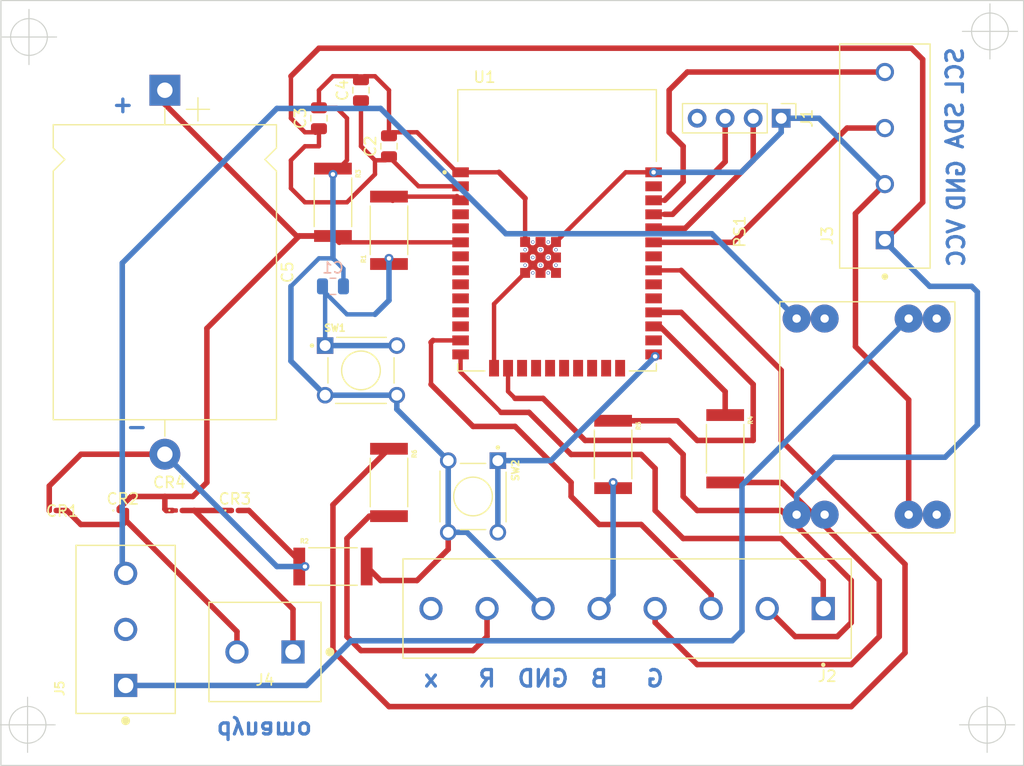
<source format=kicad_pcb>
(kicad_pcb (version 20211014) (generator pcbnew)
  (layers (0 "F.Cu" signal) (31 "B.Cu" signal) (34 "B.Paste" user) (35 "F.Paste" user) (36 "B.SilkS" user "B.Silkscreen") (37 "F.SilkS" user "F.Silkscreen") (38 "B.Mask" user) (39 "F.Mask" user) (44 "Edge.Cuts" user))
  (net 0 "")
  (net 1 "GND")
  (net 2 "Net-(C1-Pad2)")
  (net 3 "Net-(C2-Pad1)")
  (net 4 "Net-(C5-Pad1)")
  (net 5 "Net-(C5-Pad2)")
  (net 6 "Net-(CR1-Pad1)")
  (net 7 "Net-(CR3-Pad1)")
  (net 8 "Net-(J1-Pad2)")
  (net 9 "Net-(J1-Pad3)")
  (net 10 "+3V3")
  (net 11 "Net-(J2-Pad1)")
  (net 12 "Net-(J2-Pad2)")
  (net 13 "Net-(J2-Pad3)")
  (net 14 "Net-(J2-Pad4)")
  (net 15 "Net-(J2-Pad5)")
  (net 16 "Net-(J2-Pad7)")
  (net 18 "Net-(J3-Pad3)")
  (net 19 "Net-(J3-Pad4)")
  (net 20 "Net-(R1-Pad2)")
  (net 21 "Net-(J5-Pad1)")
  (net 22 "Net-(J5-Pad2)")
  (net 24 "Net-(SW2-Pad1)")
  (net 49 "Net-(R4-Pad1)")
  (net 50 "Net-(R5-Pad1)")
  (net 51 "Net-(R6-Pad1)")
  (footprint "Diode_SMD:D_0201_0603Metric" (layer "F.Cu") (at 127 68.58 180)
    (fp_text reference "CR1" (at -0.86 -0.05) (layer "F.SilkS"))
    (fp_text value "1N4148W-TP")
    (fp_circle (center -0.86 0) (end -0.81 0) (layer "F.SilkS") (width 0.1) (fill none))
    (pad "1" smd roundrect (at -0.32 0 180) (size 0.46 0.4) (layers "F.Cu" "F.Mask") (net 6 "Net-(CR1-Pad1)"))
    (pad "2" smd roundrect (at 0.32 0 180) (size 0.46 0.4) (layers "F.Cu" "F.Mask") (net 5 "Net-(C5-Pad2)"))
  )
  (footprint "282837-4:TE_282837-4" (layer "F.Cu") (at 202.438 44.069 90)
    (fp_text reference "J3" (at 0.4057 -5.22403 90) (layer "F.SilkS") (effects (font (size 1.001732 1.001732))))
    (fp_text value "282837-4")
    (fp_line (start 17.78 4.1) (end -2.54 4.1) (layer "F.SilkS") (width 0.127))
    (fp_line (start -2.54 4.1) (end -2.54 -4.1) (layer "F.SilkS") (width 0.127))
    (fp_line (start 17.78 -4.1) (end 17.78 4.1) (layer "F.SilkS") (width 0.127))
    (fp_line (start -2.54 -4.1) (end 17.78 -4.1) (layer "F.SilkS") (width 0.127))
    (fp_circle (center -3.31 0) (end -3.16 0) (layer "F.SilkS") (width 0.3) (fill none))
    (pad "1" thru_hole rect locked (at 0 0 90) (size 1.65 1.65) (drill 1.1) (layers *.Cu *.Mask) (net 3 "Net-(C2-Pad1)"))
    (pad "2" thru_hole circle locked (at 5.08 0 90) (size 1.65 1.65) (drill 1.1) (layers *.Cu *.Mask) (net 1 "GND"))
    (pad "3" thru_hole circle locked (at 10.16 0 90) (size 1.65 1.65) (drill 1.1) (layers *.Cu *.Mask) (net 18 "Net-(J3-Pad3)"))
    (pad "4" thru_hole circle locked (at 15.24 0 90) (size 1.65 1.65) (drill 1.1) (layers *.Cu *.Mask) (net 19 "Net-(J3-Pad4)"))
  )
  (footprint "libraries:RESC6332X65N" (layer "F.Cu") (at 157.48 43.18 90)
    (fp_text reference "R1" (at -2.59 -2.3 90) (layer "F.SilkS") (effects (font (size 0.393701 0.393701))))
    (fp_text value "10k")
    (fp_line (start -2.2 -1.7) (end 2.2 -1.7) (layer "F.SilkS") (width 0.127))
    (fp_line (start -2.2 1.7) (end 2.2 1.7) (layer "F.SilkS") (width 0.127))
    (pad "1" smd rect locked (at -3.055 0 90) (size 1.07 3.42) (layers "F.Cu" "F.Paste" "F.Mask") (net 2 "Net-(C1-Pad2)"))
    (pad "2" smd rect locked (at 3.055 0 90) (size 1.07 3.42) (layers "F.Cu" "F.Paste" "F.Mask") (net 20 "Net-(R1-Pad2)"))
  )
  (footprint "libraries:RESC6332X65N" (layer "F.Cu") (at 157.48 66.04 -90)
    (fp_text reference "R6" (at -2.59 -2.3 90) (layer "F.SilkS") (effects (font (size 0.393701 0.393701))))
    (fp_text value "82")
    (fp_line (start -2.2 -1.7) (end 2.2 -1.7) (layer "F.SilkS") (width 0.127))
    (fp_line (start -2.2 1.7) (end 2.2 1.7) (layer "F.SilkS") (width 0.127))
    (pad "1" smd rect locked (at -3.055 0 270) (size 1.07 3.42) (layers "F.Cu" "F.Paste" "F.Mask") (net 51 "Net-(R6-Pad1)"))
    (pad "2" smd rect locked (at 3.055 0 270) (size 1.07 3.42) (layers "F.Cu" "F.Paste" "F.Mask") (net 16 "Net-(J2-Pad7)"))
  )
  (footprint "Capacitor_SMD:C_0805_2012Metric" (layer "F.Cu") (at 157.48 35.56 90)
    (fp_text reference "C2" (at 0 -1.68 90) (layer "F.SilkS"))
    (fp_text value "220u")
    (fp_line (start -0.261252 0.735) (end 0.261252 0.735) (layer "F.SilkS") (width 0.12))
    (fp_line (start -0.261252 -0.735) (end 0.261252 -0.735) (layer "F.SilkS") (width 0.12))
    (pad "1" smd roundrect (at -0.95 0 90) (size 1 1.45) (layers "F.Cu" "F.Paste" "F.Mask") (net 3 "Net-(C2-Pad1)"))
    (pad "2" smd roundrect (at 0.95 0 90) (size 1 1.45) (layers "F.Cu" "F.Paste" "F.Mask") (net 1 "GND"))
  )
  (footprint "Capacitor_THT:CP_Axial_L26.5mm_D20.0mm_P33.00mm_Horizontal" (layer "F.Cu") (at 137.16 30.48 -90)
    (fp_text reference "C5" (at 16.5 -11.12 90) (layer "F.SilkS"))
    (fp_text value "1000µ")
    (fp_line (start 5.23 -10.12) (end 6.28 -9.07) (layer "F.SilkS") (width 0.12))
    (fp_line (start 1.64 0) (end 3.13 0) (layer "F.SilkS") (width 0.12))
    (fp_line (start 1.73 -4.05) (end 1.73 -1.95) (layer "F.SilkS") (width 0.12))
    (fp_line (start 31.36 0) (end 29.87 0) (layer "F.SilkS") (width 0.12))
    (fp_line (start 0.68 -3) (end 2.78 -3) (layer "F.SilkS") (width 0.12))
    (fp_line (start 3.13 10.12) (end 5.23 10.12) (layer "F.SilkS") (width 0.12))
    (fp_line (start 29.87 -10.12) (end 29.87 10.12) (layer "F.SilkS") (width 0.12))
    (fp_line (start 3.13 -10.12) (end 5.23 -10.12) (layer "F.SilkS") (width 0.12))
    (fp_line (start 7.33 10.12) (end 29.87 10.12) (layer "F.SilkS") (width 0.12))
    (fp_line (start 7.33 -10.12) (end 29.87 -10.12) (layer "F.SilkS") (width 0.12))
    (fp_line (start 6.28 -9.07) (end 7.33 -10.12) (layer "F.SilkS") (width 0.12))
    (fp_line (start 3.13 -10.12) (end 3.13 10.12) (layer "F.SilkS") (width 0.12))
    (fp_line (start 6.28 9.07) (end 7.33 10.12) (layer "F.SilkS") (width 0.12))
    (fp_line (start 5.23 10.12) (end 6.28 9.07) (layer "F.SilkS") (width 0.12))
    (pad "1" thru_hole rect (at 0 0 270) (size 2.8 2.8) (drill 1.4) (layers *.Cu *.Mask) (net 4 "Net-(C5-Pad1)"))
    (pad "2" thru_hole oval (at 33 0 270) (size 2.8 2.8) (drill 1.4) (layers *.Cu *.Mask) (net 5 "Net-(C5-Pad2)"))
  )
  (footprint "libraries:TE_282841-2" (layer "F.Cu") (at 146.2375 81.407 180)
    (fp_text reference "J4" (at 0 -2.54) (layer "F.SilkS") (effects (font (size 1.000984 1.000984))))
    (fp_text value "282841-2")
    (fp_line (start -5.08 -4.5) (end -5.08 4.5) (layer "F.SilkS") (width 0.127))
    (fp_line (start 5.08 -4.5) (end -5.08 -4.5) (layer "F.SilkS") (width 0.127))
    (fp_line (start 5.08 4.5) (end 5.08 -4.5) (layer "F.SilkS") (width 0.127))
    (fp_line (start -5.08 4.5) (end 5.08 4.5) (layer "F.SilkS") (width 0.127))
    (fp_circle (center -5.89 0) (end -5.69 0) (layer "F.SilkS") (width 0.4) (fill none))
    (pad "1" thru_hole rect locked (at -2.54 0 180) (size 2.1 2.1) (drill 1.4) (layers *.Cu *.Mask) (net 7 "Net-(CR3-Pad1)"))
    (pad "2" thru_hole circle locked (at 2.54 0 180) (size 2.1 2.1) (drill 1.4) (layers *.Cu *.Mask) (net 6 "Net-(CR1-Pad1)"))
  )
  (footprint "Diode_SMD:D_0201_0603Metric" (layer "F.Cu") (at 138.43 68.58)
    (fp_text reference "CR4" (at -0.86 -2.54) (layer "F.SilkS"))
    (fp_text value "1N4148W-TP")
    (fp_circle (center -0.86 0) (end -0.81 0) (layer "F.SilkS") (width 0.1) (fill none))
    (pad "1" smd roundrect (at -0.32 0) (size 0.46 0.4) (layers "F.Cu" "F.Mask") (net 4 "Net-(C5-Pad1)"))
    (pad "2" smd roundrect (at 0.32 0) (size 0.46 0.4) (layers "F.Cu" "F.Mask") (net 7 "Net-(CR3-Pad1)"))
  )
  (footprint "Capacitor_SMD:C_0805_2012Metric" (layer "F.Cu") (at 151.13 33.02 90)
    (fp_text reference "C3" (at 0 -1.68 90) (layer "F.SilkS"))
    (fp_text value "22u")
    (fp_line (start -0.261252 0.735) (end 0.261252 0.735) (layer "F.SilkS") (width 0.12))
    (fp_line (start -0.261252 -0.735) (end 0.261252 -0.735) (layer "F.SilkS") (width 0.12))
    (pad "1" smd roundrect (at -0.95 0 90) (size 1 1.45) (layers "F.Cu" "F.Paste" "F.Mask") (net 3 "Net-(C2-Pad1)"))
    (pad "2" smd roundrect (at 0.95 0 90) (size 1 1.45) (layers "F.Cu" "F.Paste" "F.Mask") (net 1 "GND"))
  )
  (footprint "Capacitor_SMD:C_0805_2012Metric" (layer "F.Cu") (at 154.94 30.48 90)
    (fp_text reference "C4" (at 0 -1.68 90) (layer "F.SilkS"))
    (fp_text value "0.1u")
    (fp_line (start -0.261252 -0.735) (end 0.261252 -0.735) (layer "F.SilkS") (width 0.12))
    (fp_line (start -0.261252 0.735) (end 0.261252 0.735) (layer "F.SilkS") (width 0.12))
    (pad "1" smd roundrect (at -0.95 0 90) (size 1 1.45) (layers "F.Cu" "F.Paste" "F.Mask") (net 3 "Net-(C2-Pad1)"))
    (pad "2" smd roundrect (at 0.95 0 90) (size 1 1.45) (layers "F.Cu" "F.Paste" "F.Mask") (net 1 "GND"))
  )
  (footprint "libraries:RESC6332X65N" (layer "F.Cu") (at 177.8 63.5 -90)
    (fp_text reference "R5" (at -2.59 -2.3 90) (layer "F.SilkS") (effects (font (size 0.393701 0.393701))))
    (fp_text value "82")
    (fp_line (start -2.2 -1.7) (end 2.2 -1.7) (layer "F.SilkS") (width 0.127))
    (fp_line (start -2.2 1.7) (end 2.2 1.7) (layer "F.SilkS") (width 0.127))
    (pad "1" smd rect locked (at -3.055 0 270) (size 1.07 3.42) (layers "F.Cu" "F.Paste" "F.Mask") (net 50 "Net-(R5-Pad1)"))
    (pad "2" smd rect locked (at 3.055 0 270) (size 1.07 3.42) (layers "F.Cu" "F.Paste" "F.Mask") (net 15 "Net-(J2-Pad5)"))
  )
  (footprint "libraries:RESC6332X65N" (layer "F.Cu") (at 152.4 40.64 -90)
    (fp_text reference "R3" (at -2.59 -2.3 90) (layer "F.SilkS") (effects (font (size 0.393701 0.393701))))
    (fp_text value "120")
    (fp_line (start -2.2 1.7) (end 2.2 1.7) (layer "F.SilkS") (width 0.127))
    (fp_line (start -2.2 -1.7) (end 2.2 -1.7) (layer "F.SilkS") (width 0.127))
    (pad "1" smd rect locked (at -3.055 0 270) (size 1.07 3.42) (layers "F.Cu" "F.Paste" "F.Mask") (net 1 "GND"))
    (pad "2" smd rect locked (at 3.055 0 270) (size 1.07 3.42) (layers "F.Cu" "F.Paste" "F.Mask") (net 4 "Net-(C5-Pad1)"))
  )
  (footprint "libraries:SW_1825910-6-4" (layer "F.Cu") (at 165.1 67.31 -90)
    (fp_text reference "SW2" (at -2.3627 -3.844398 90) (layer "F.SilkS") (effects (font (size 0.630643 0.630643))))
    (fp_text value "BOOT")
    (fp_line (start -2.995 -1.15) (end -2.995 1.15) (layer "F.SilkS") (width 0.127))
    (fp_line (start 3 -1.15) (end 3 1.15) (layer "F.SilkS") (width 0.127))
    (fp_line (start -2.2 -2.995) (end 2.3 -2.995) (layer "F.SilkS") (width 0.127))
    (fp_line (start 2.3 2.995) (end -2.3 2.995) (layer "F.SilkS") (width 0.127))
    (fp_circle (center -4.445 -2.25) (end -4.345 -2.25) (layer "F.SilkS") (width 0.2) (fill none))
    (fp_circle (center 0 0) (end 1.755 0) (layer "F.SilkS") (width 0.127) (fill none))
    (pad "1" thru_hole rect locked (at -3.25 -2.25 270) (size 1.498 1.498) (drill 0.99) (layers *.Cu *.Mask) (net 24 "Net-(SW2-Pad1)"))
    (pad "2" thru_hole circle locked (at 3.25 -2.25 270) (size 1.498 1.498) (drill 0.99) (layers *.Cu *.Mask) (net 24 "Net-(SW2-Pad1)"))
    (pad "3" thru_hole circle locked (at -3.25 2.25 270) (size 1.498 1.498) (drill 0.99) (layers *.Cu *.Mask) (net 1 "GND"))
    (pad "4" thru_hole circle locked (at 3.25 2.25 270) (size 1.498 1.498) (drill 0.99) (layers *.Cu *.Mask) (net 1 "GND"))
  )
  (footprint "Diode_SMD:D_0201_0603Metric" (layer "F.Cu") (at 143.51 68.58)
    (fp_text reference "CR3" (at 0 -1.05) (layer "F.SilkS"))
    (fp_text value "1N4148W-TP")
    (fp_circle (center -0.86 0) (end -0.81 0) (layer "F.SilkS") (width 0.1) (fill none))
    (pad "1" smd roundrect (at -0.32 0) (size 0.46 0.4) (layers "F.Cu" "F.Mask") (net 7 "Net-(CR3-Pad1)"))
    (pad "2" smd roundrect (at 0.32 0) (size 0.46 0.4) (layers "F.Cu" "F.Mask") (net 5 "Net-(C5-Pad2)"))
  )
  (footprint "libraries:XCVR_ESP32-WROOM-32E_(16MB)" (layer "F.Cu") (at 172.72 43.18)
    (fp_text reference "U1" (at -6.575 -13.885) (layer "F.SilkS"))
    (fp_text value "ESP32-WROOM-32E_(16MB)")
    (fp_line (start 6.55 12.75) (end 9 12.75) (layer "F.SilkS") (width 0.127))
    (fp_line (start -9 12.1) (end -9 12.75) (layer "F.SilkS") (width 0.127))
    (fp_line (start 9 12.75) (end 9 12.1) (layer "F.SilkS") (width 0.127))
    (fp_line (start -9 -12.75) (end 9 -12.75) (layer "F.SilkS") (width 0.127))
    (fp_line (start -9 -6.25) (end -9 -12.75) (layer "F.SilkS") (width 0.127))
    (fp_line (start -9 12.75) (end -6.55 12.75) (layer "F.SilkS") (width 0.127))
    (fp_line (start 9 -12.75) (end 9 -6.25) (layer "F.SilkS") (width 0.127))
    (fp_circle (center -10.2 -5.26) (end -10.1 -5.26) (layer "F.SilkS") (width 0.2) (fill none))
    (pad "1" smd rect locked (at -8.75 -5.26) (size 1.5 0.9) (layers "F.Cu" "F.Paste" "F.Mask") (net 1 "GND"))
    (pad "2" smd rect locked (at -8.75 -3.99) (size 1.5 0.9) (layers "F.Cu" "F.Paste" "F.Mask") (net 3 "Net-(C2-Pad1)"))
    (pad "3" smd rect locked (at -8.75 -2.72) (size 1.5 0.9) (layers "F.Cu" "F.Paste" "F.Mask") (net 20 "Net-(R1-Pad2)"))
    (pad "4" smd rect locked (at -8.75 -1.45) (size 1.5 0.9) (layers "F.Cu" "F.Paste" "F.Mask"))
    (pad "5" smd rect locked (at -8.75 -0.18) (size 1.5 0.9) (layers "F.Cu" "F.Paste" "F.Mask"))
    (pad "6" smd rect locked (at -8.75 1.09) (size 1.5 0.9) (layers "F.Cu" "F.Paste" "F.Mask") (net 4 "Net-(C5-Pad1)"))
    (pad "7" smd rect locked (at -8.75 2.36) (size 1.5 0.9) (layers "F.Cu" "F.Paste" "F.Mask"))
    (pad "8" smd rect locked (at -8.75 3.63) (size 1.5 0.9) (layers "F.Cu" "F.Paste" "F.Mask"))
    (pad "9" smd rect locked (at -8.75 4.9) (size 1.5 0.9) (layers "F.Cu" "F.Paste" "F.Mask"))
    (pad "10" smd rect locked (at -8.75 6.17) (size 1.5 0.9) (layers "F.Cu" "F.Paste" "F.Mask"))
    (pad "11" smd rect locked (at -8.75 7.44) (size 1.5 0.9) (layers "F.Cu" "F.Paste" "F.Mask"))
    (pad "12" smd rect locked (at -8.75 8.71) (size 1.5 0.9) (layers "F.Cu" "F.Paste" "F.Mask"))
    (pad "13" smd rect locked (at -8.75 9.98) (size 1.5 0.9) (layers "F.Cu" "F.Paste" "F.Mask") (net 13 "Net-(J2-Pad3)"))
    (pad "14" smd rect locked (at -8.75 11.25) (size 1.5 0.9) (layers "F.Cu" "F.Paste" "F.Mask") (net 11 "Net-(J2-Pad1)"))
    (pad "15" smd rect locked (at -5.715 12.5) (size 0.9 1.5) (layers "F.Cu" "F.Paste" "F.Mask") (net 1 "GND"))
    (pad "16" smd rect locked (at -4.445 12.5) (size 0.9 1.5) (layers "F.Cu" "F.Paste" "F.Mask") (net 12 "Net-(J2-Pad2)"))
    (pad "17" smd rect locked (at -3.175 12.5) (size 0.9 1.5) (layers "F.Cu" "F.Paste" "F.Mask"))
    (pad "18" smd rect locked (at -1.905 12.5) (size 0.9 1.5) (layers "F.Cu" "F.Paste" "F.Mask"))
    (pad "19" smd rect locked (at -0.635 12.5) (size 0.9 1.5) (layers "F.Cu" "F.Paste" "F.Mask"))
    (pad "20" smd rect locked (at 0.635 12.5) (size 0.9 1.5) (layers "F.Cu" "F.Paste" "F.Mask"))
    (pad "21" smd rect locked (at 1.905 12.5) (size 0.9 1.5) (layers "F.Cu" "F.Paste" "F.Mask"))
    (pad "22" smd rect locked (at 3.175 12.5) (size 0.9 1.5) (layers "F.Cu" "F.Paste" "F.Mask"))
    (pad "23" smd rect locked (at 4.445 12.5) (size 0.9 1.5) (layers "F.Cu" "F.Paste" "F.Mask"))
    (pad "24" smd rect locked (at 5.715 12.5) (size 0.9 1.5) (layers "F.Cu" "F.Paste" "F.Mask"))
    (pad "25" smd rect locked (at 8.75 11.25) (size 1.5 0.9) (layers "F.Cu" "F.Paste" "F.Mask") (net 24 "Net-(SW2-Pad1)"))
    (pad "26" smd rect locked (at 8.75 9.98) (size 1.5 0.9) (layers "F.Cu" "F.Paste" "F.Mask"))
    (pad "27" smd rect locked (at 8.75 8.71) (size 1.5 0.9) (layers "F.Cu" "F.Paste" "F.Mask") (net 49 "Net-(R4-Pad1)"))
    (pad "28" smd rect locked (at 8.75 7.44) (size 1.5 0.9) (layers "F.Cu" "F.Paste" "F.Mask") (net 50 "Net-(R5-Pad1)"))
    (pad "29" smd rect locked (at 8.75 6.17) (size 1.5 0.9) (layers "F.Cu" "F.Paste" "F.Mask"))
    (pad "30" smd rect locked (at 8.75 4.9) (size 1.5 0.9) (layers "F.Cu" "F.Paste" "F.Mask"))
    (pad "31" smd rect locked (at 8.75 3.63) (size 1.5 0.9) (layers "F.Cu" "F.Paste" "F.Mask") (net 51 "Net-(R6-Pad1)"))
    (pad "32" smd rect locked (at 8.75 2.36) (size 1.5 0.9) (layers "F.Cu" "F.Paste" "F.Mask"))
    (pad "33" smd rect locked (at 8.75 1.09) (size 1.5 0.9) (layers "F.Cu" "F.Paste" "F.Mask") (net 18 "Net-(J3-Pad3)"))
    (pad "34" smd rect locked (at 8.75 -0.18) (size 1.5 0.9) (layers "F.Cu" "F.Paste" "F.Mask") (net 8 "Net-(J1-Pad2)"))
    (pad "35" smd rect locked (at 8.75 -1.45) (size 1.5 0.9) (layers "F.Cu" "F.Paste" "F.Mask") (net 9 "Net-(J1-Pad3)"))
    (pad "36" smd rect locked (at 8.75 -2.72) (size 1.5 0.9) (layers "F.Cu" "F.Paste" "F.Mask") (net 19 "Net-(J3-Pad4)"))
    (pad "37" smd rect locked (at 8.75 -3.99) (size 1.5 0.9) (layers "F.Cu" "F.Paste" "F.Mask"))
    (pad "38" smd rect locked (at 8.75 -5.26) (size 1.5 0.9) (layers "F.Cu" "F.Paste" "F.Mask") (net 1 "GND"))
    (pad "39_1" smd rect locked (at -2.9 1.06) (size 0.9 0.9) (layers "F.Cu" "F.Paste" "F.Mask") (net 1 "GND"))
    (pad "39_2" smd rect locked (at -1.5 1.06) (size 0.9 0.9) (layers "F.Cu" "F.Paste" "F.Mask") (net 1 "GND"))
    (pad "39_3" smd rect locked (at -0.1 1.06) (size 0.9 0.9) (layers "F.Cu" "F.Paste" "F.Mask") (net 1 "GND"))
    (pad "39_4" smd rect locked (at -2.9 2.46) (size 0.9 0.9) (layers "F.Cu" "F.Paste" "F.Mask") (net 1 "GND"))
    (pad "39_5" smd rect locked (at -1.5 2.46) (size 0.9 0.9) (layers "F.Cu" "F.Paste" "F.Mask") (net 1 "GND"))
    (pad "39_6" smd rect locked (at -0.1 2.46) (size 0.9 0.9) (layers "F.Cu" "F.Paste" "F.Mask") (net 1 "GND"))
    (pad "39_7" smd rect locked (at -2.9 3.86) (size 0.9 0.9) (layers "F.Cu" "F.Paste" "F.Mask") (net 1 "GND"))
    (pad "39_8" smd rect locked (at -1.5 3.86) (size 0.9 0.9) (layers "F.Cu" "F.Paste" "F.Mask") (net 1 "GND"))
    (pad "39_9" smd rect locked (at -0.1 3.86) (size 0.9 0.9) (layers "F.Cu" "F.Paste" "F.Mask") (net 1 "GND"))
    (pad "39_10" thru_hole circle locked (at -2.2 1.06) (size 0.3 0.3) (drill 0.2) (layers *.Cu))
    (pad "39_11" thru_hole circle locked (at -0.8 1.06) (size 0.3 0.3) (drill 0.2) (layers *.Cu))
    (pad "39_12" thru_hole circle locked (at -2.9 1.76) (size 0.3 0.3) (drill 0.2) (layers *.Cu))
    (pad "39_13" thru_hole circle locked (at -1.5 1.76) (size 0.3 0.3) (drill 0.2) (layers *.Cu))
    (pad "39_14" thru_hole circle locked (at -0.1 1.76) (size 0.3 0.3) (drill 0.2) (layers *.Cu))
    (pad "39_15" thru_hole circle locked (at -2.2 2.46) (size 0.3 0.3) (drill 0.2) (layers *.Cu))
    (pad "39_16" thru_hole circle locked (at -0.8 2.46) (size 0.3 0.3) (drill 0.2) (layers *.Cu))
    (pad "39_17" thru_hole circle locked (at -2.9 3.16) (size 0.3 0.3) (drill 0.2) (layers *.Cu))
    (pad "39_18" thru_hole circle locked (at -1.5 3.16) (size 0.3 0.3) (drill 0.2) (layers *.Cu))
    (pad "39_19" thru_hole circle locked (at -0.1 3.16) (size 0.3 0.3) (drill 0.2) (layers *.Cu))
    (pad "39_20" thru_hole circle locked (at -2.2 3.86) (size 0.3 0.3) (drill 0.2) (layers *.Cu))
    (pad "39_21" thru_hole circle locked (at -0.8 3.86) (size 0.3 0.3) (drill 0.2) (layers *.Cu))
  )
  (footprint "libraries:RESC6332X65N" (layer "F.Cu") (at 187.96 62.985 -90)
    (fp_text reference "R4" (at -2.59 -2.3 90) (layer "F.SilkS") (effects (font (size 0.393701 0.393701))))
    (fp_text value "82")
    (fp_line (start -2.2 1.7) (end 2.2 1.7) (layer "F.SilkS") (width 0.127))
    (fp_line (start -2.2 -1.7) (end 2.2 -1.7) (layer "F.SilkS") (width 0.127))
    (pad "1" smd rect locked (at -3.055 0 270) (size 1.07 3.42) (layers "F.Cu" "F.Paste" "F.Mask") (net 49 "Net-(R4-Pad1)"))
    (pad "2" smd rect locked (at 3.055 0 270) (size 1.07 3.42) (layers "F.Cu" "F.Paste" "F.Mask") (net 14 "Net-(J2-Pad4)"))
  )
  (footprint "libraries:RESC6332X65N" (layer "F.Cu") (at 152.4 73.66)
    (fp_text reference "R2" (at -2.59 -2.3) (layer "F.SilkS") (effects (font (size 0.393701 0.393701))))
    (fp_text value "560")
    (fp_line (start -2.2 -1.7) (end 2.2 -1.7) (layer "F.SilkS") (width 0.127))
    (fp_line (start -2.2 1.7) (end 2.2 1.7) (layer "F.SilkS") (width 0.127))
    (pad "1" smd rect locked (at -3.055 0) (size 1.07 3.42) (layers "F.Cu" "F.Paste" "F.Mask") (net 5 "Net-(C5-Pad2)"))
    (pad "2" smd rect locked (at 3.055 0) (size 1.07 3.42) (layers "F.Cu" "F.Paste" "F.Mask") (net 1 "GND"))
  )
  (footprint "Diode_SMD:D_0201_0603Metric" (layer "F.Cu") (at 133.35 68.58)
    (fp_text reference "CR2" (at 0 -1.05) (layer "F.SilkS"))
    (fp_text value "1N4148W-TP")
    (fp_circle (center -0.86 0) (end -0.81 0) (layer "F.SilkS") (width 0.1) (fill none))
    (pad "1" smd roundrect locked (at -0.32 0) (size 0.46 0.4) (layers "F.Cu" "F.Mask") (net 4 "Net-(C5-Pad1)"))
    (pad "2" smd roundrect locked (at 0.32 0) (size 0.46 0.4) (layers "F.Cu" "F.Mask") (net 6 "Net-(CR1-Pad1)"))
  )
  (footprint "libraries:Buck Converter" (layer "F.Cu") (at 200.787 60.071 90)
    (fp_text reference "PS1" (at 16.764 -11.509 90 unlocked) (layer "F.SilkS"))
    (fp_text value "ITX0512SA")
    (fp_rect (start -10.541 -7.874) (end 10.414 8.001) (layer "F.SilkS") (width 0.12) (fill none))
    (pad "1a" thru_hole circle (at 8.89 -6.35 90) (size 2.54 2.54) (drill 0.762) (layers *.Cu *.Mask) (net 22 "Net-(J5-Pad2)"))
    (pad "1b" thru_hole circle (at 8.89 -3.81 90) (size 2.54 2.54) (drill 0.762) (layers *.Cu *.Mask))
    (pad "2a" thru_hole circle (at 8.89 3.81 90) (size 2.54 2.54) (drill 0.762) (layers *.Cu *.Mask) (net 21 "Net-(J5-Pad1)"))
    (pad "2b" thru_hole circle (at 8.89 6.35 90) (size 2.54 2.54) (drill 0.762) (layers *.Cu *.Mask))
    (pad "3a" thru_hole circle (at -8.89 -6.35 90) (size 2.54 2.54) (drill 0.762) (layers *.Cu *.Mask) (net 3 "Net-(C2-Pad1)"))
    (pad "3b" thru_hole circle (at -8.89 -3.81 90) (size 2.54 2.54) (drill 0.762) (layers *.Cu *.Mask))
    (pad "4a" thru_hole circle (at -8.89 3.81 90) (size 2.54 2.54) (drill 0.762) (layers *.Cu *.Mask) (net 1 "GND"))
    (pad "4b" thru_hole circle (at -8.89 6.35 90) (size 2.54 2.54) (drill 0.762) (layers *.Cu *.Mask))
  )
  (footprint "libraries:TE_282841-3" (layer "F.Cu") (at 133.604 79.3635 90)
    (fp_text reference "J5" (at -5.342035 -5.977995 90) (layer "F.SilkS") (effects (font (size 0.801205 0.801205))))
    (fp_text value "12V DC")
    (fp_line (start 7.62 4.5) (end 7.62 -4.5) (layer "F.SilkS") (width 0.127))
    (fp_line (start 7.62 -4.5) (end -7.62 -4.5) (layer "F.SilkS") (width 0.127))
    (fp_line (start -7.62 -4.5) (end -7.62 4.5) (layer "F.SilkS") (width 0.127))
    (fp_line (start -7.62 4.5) (end 7.62 4.5) (layer "F.SilkS") (width 0.127))
    (fp_circle (center -8.28 0) (end -8.08 0) (layer "F.SilkS") (width 0.4) (fill none))
    (pad "1" thru_hole rect locked (at -5.08 0 90) (size 2.1 2.1) (drill 1.4) (layers *.Cu *.Mask) (net 21 "Net-(J5-Pad1)"))
    (pad "2" thru_hole circle locked (at 0 0 90) (size 2.1 2.1) (drill 1.4) (layers *.Cu *.Mask) (net 22 "Net-(J5-Pad2)"))
    (pad "3" thru_hole circle locked (at 5.08 0 90) (size 2.1 2.1) (drill 1.4) (layers *.Cu *.Mask) (net 22 "Net-(J5-Pad2)"))
  )
  (footprint "libraries:TE_282841-8" (layer "F.Cu") (at 179.07 77.47 180)
    (fp_text reference "J2" (at -18.145 -6.135) (layer "F.SilkS"))
    (fp_text value "R pinnen RGB strips")
    (fp_line (start 20.32 4.5) (end -20.32 4.5) (layer "F.SilkS") (width 0.127))
    (fp_line (start -20.32 4.5) (end -20.32 -4.5) (layer "F.SilkS") (width 0.127))
    (fp_line (start -20.32 -4.5) (end 20.32 -4.5) (layer "F.SilkS") (width 0.127))
    (fp_line (start 20.32 -4.5) (end 20.32 4.5) (layer "F.SilkS") (width 0.127))
    (fp_circle (center -17.78 -5.1) (end -17.68 -5.1) (layer "F.SilkS") (width 0.2) (fill none))
    (pad "1" thru_hole rect locked (at -17.78 0 180) (size 2.1 2.1) (drill 1.4) (layers *.Cu *.Mask) (net 11 "Net-(J2-Pad1)"))
    (pad "2" thru_hole circle locked (at -12.7 0 180) (size 2.1 2.1) (drill 1.4) (layers *.Cu *.Mask) (net 12 "Net-(J2-Pad2)"))
    (pad "3" thru_hole circle locked (at -7.62 0 180) (size 2.1 2.1) (drill 1.4) (layers *.Cu *.Mask) (net 13 "Net-(J2-Pad3)"))
    (pad "4" thru_hole circle locked (at -2.54 0 180) (size 2.1 2.1) (drill 1.4) (layers *.Cu *.Mask) (net 14 "Net-(J2-Pad4)"))
    (pad "5" thru_hole circle locked (at 2.54 0 180) (size 2.1 2.1) (drill 1.4) (layers *.Cu *.Mask) (net 15 "Net-(J2-Pad5)"))
    (pad "6" thru_hole circle locked (at 7.62 0 180) (size 2.1 2.1) (drill 1.4) (layers *.Cu *.Mask) (net 1 "GND"))
    (pad "7" thru_hole circle locked (at 12.7 0 180) (size 2.1 2.1) (drill 1.4) (layers *.Cu *.Mask) (net 16 "Net-(J2-Pad7)"))
    (pad "8" thru_hole circle locked (at 17.78 0 180) (size 2.1 2.1) (drill 1.4) (layers *.Cu *.Mask))
  )
  (footprint "Connector_PinHeader_2.54mm:PinHeader_1x04_P2.54mm_Vertical" (layer "F.Cu") (at 193.04 33.02 -90)
    (fp_text reference "J1" (at 0 -2.33 90) (layer "F.SilkS"))
    (fp_text value "Conn_01x04_Female")
    (fp_line (start -1.33 1.27) (end 1.33 1.27) (layer "F.SilkS") (width 0.12))
    (fp_line (start -1.33 0) (end -1.33 -1.33) (layer "F.SilkS") (width 0.12))
    (fp_line (start 1.33 1.27) (end 1.33 8.95) (layer "F.SilkS") (width 0.12))
    (fp_line (start -1.33 1.27) (end -1.33 8.95) (layer "F.SilkS") (width 0.12))
    (fp_line (start -1.33 -1.33) (end 0 -1.33) (layer "F.SilkS") (width 0.12))
    (fp_line (start -1.33 8.95) (end 1.33 8.95) (layer "F.SilkS") (width 0.12))
    (pad "1" thru_hole rect (at 0 0 270) (size 1.7 1.7) (drill 1) (layers *.Cu *.Mask) (net 1 "GND"))
    (pad "2" thru_hole oval (at 0 2.54 270) (size 1.7 1.7) (drill 1) (layers *.Cu *.Mask) (net 8 "Net-(J1-Pad2)"))
    (pad "3" thru_hole oval (at 0 5.08 270) (size 1.7 1.7) (drill 1) (layers *.Cu *.Mask) (net 9 "Net-(J1-Pad3)"))
    (pad "4" thru_hole oval (at 0 7.62 270) (size 1.7 1.7) (drill 1) (layers *.Cu *.Mask) (net 10 "+3V3"))
  )
  (footprint "libraries:SW_1825910-6-4" (layer "F.Cu") (at 154.94 55.88)
    (fp_text reference "SW1" (at -2.3627 -3.844398) (layer "F.SilkS") (effects (font (size 0.630643 0.630643))))
    (fp_text value "ENABLE")
    (fp_line (start 2.3 2.995) (end -2.3 2.995) (layer "F.SilkS") (width 0.127))
    (fp_line (start 3 -1.15) (end 3 1.15) (layer "F.SilkS") (width 0.127))
    (fp_line (start -2.2 -2.995) (end 2.3 -2.995) (layer "F.SilkS") (width 0.127))
    (fp_line (start -2.995 -1.15) (end -2.995 1.15) (layer "F.SilkS") (width 0.127))
    (fp_circle (center -4.445 -2.25) (end -4.345 -2.25) (layer "F.SilkS") (width 0.2) (fill none))
    (fp_circle (center 0 0) (end 1.755 0) (layer "F.SilkS") (width 0.127) (fill none))
    (pad "1" thru_hole rect locked (at -3.25 -2.25) (size 1.498 1.498) (drill 0.99) (layers *.Cu *.Mask) (net 2 "Net-(C1-Pad2)"))
    (pad "2" thru_hole circle locked (at 3.25 -2.25) (size 1.498 1.498) (drill 0.99) (layers *.Cu *.Mask) (net 2 "Net-(C1-Pad2)"))
    (pad "3" thru_hole circle locked (at -3.25 2.25) (size 1.498 1.498) (drill 0.99) (layers *.Cu *.Mask) (net 1 "GND"))
    (pad "4" thru_hole circle locked (at 3.25 2.25) (size 1.498 1.498) (drill 0.99) (layers *.Cu *.Mask) (net 1 "GND"))
  )
  (footprint "Capacitor_SMD:C_0805_2012Metric" (layer "B.Cu") (at 152.4 48.26 180)
    (fp_text reference "C1" (at 0 1.68) (layer "B.SilkS") (effects (justify mirror)))
    (fp_text value "1u")
    (fp_line (start -0.261252 -0.735) (end 0.261252 -0.735) (layer "B.SilkS") (width 0.12))
    (fp_line (start -0.261252 0.735) (end 0.261252 0.735) (layer "B.SilkS") (width 0.12))
    (pad "1" smd roundrect locked (at -0.95 0 180) (size 1 1.45) (layers "B.Cu" "B.Paste" "B.Mask") (net 1 "GND"))
    (pad "2" smd roundrect locked (at 0.95 0 180) (size 1 1.45) (layers "B.Cu" "B.Paste" "B.Mask") (net 2 "Net-(C1-Pad2)"))
  )
  (gr_rect (start 122.300766 22.34933) (end 215.011 91.694) (layer "Edge.Cuts") (width 0.1) (fill none))
  (gr_text "dynamo" (at 146.177 88.519 180) (layer "B.Cu") (effects (font (size 1.5 1.5) (thickness 0.3)) (justify mirror)))
  (gr_text "VCC" (at 208.915 44.323 90) (layer "B.Cu") (effects (font (size 1.5 1.5) (thickness 0.3)) (justify mirror)))
  (gr_text "GND" (at 171.45 83.82) (layer "B.Cu") (effects (font (size 1.5 1.5) (thickness 0.3)) (justify mirror)))
  (gr_text "B" (at 176.53 83.82) (layer "B.Cu") (effects (font (size 1.5 1.5) (thickness 0.3)) (justify mirror)))
  (gr_text "-\n" (at 134.62 60.96) (layer "B.Cu") (effects (font (size 1.5 1.5) (thickness 0.3)) (justify mirror)))
  (gr_text "GND" (at 208.915 39.116 90) (layer "B.Cu") (effects (font (size 1.5 1.5) (thickness 0.3)) (justify mirror)))
  (gr_text "R" (at 166.37 83.82) (layer "B.Cu") (effects (font (size 1.5 1.5) (thickness 0.3)) (justify mirror)))
  (gr_text "SCL" (at 208.788 28.702 90) (layer "B.Cu") (effects (font (size 1.5 1.5) (thickness 0.3)) (justify mirror)))
  (gr_text "+" (at 133.35 31.75) (layer "B.Cu") (effects (font (size 1.5 1.5) (thickness 0.3)) (justify mirror)))
  (gr_text "G" (at 181.61 83.82) (layer "B.Cu") (effects (font (size 1.5 1.5) (thickness 0.3)) (justify mirror)))
  (gr_text "SDA" (at 208.788 33.655 90) (layer "B.Cu") (effects (font (size 1.5 1.5) (thickness 0.3)) (justify mirror)))
  (gr_text "x" (at 161.29 83.82) (layer "B.Cu") (effects (font (size 1.5 1.5) (thickness 0.3)) (justify mirror)))
  (target plus (at 211.963 25.146) (size 5) (width 0.1) (layer "Edge.Cuts"))
  (target plus (at 124.841 25.654) (size 5) (width 0.1) (layer "Edge.Cuts"))
  (target plus (at 124.714 88.011) (size 5) (width 0.1) (layer "Edge.Cuts"))
  (target plus (at 211.709 88.011) (size 5) (width 0.1) (layer "Edge.Cuts"))
  (segment (start 172.125479 46.545479) (end 172.125479 46.134521) (width 0.4) (layer "F.Cu") (net 1))
  (segment (start 160.02 34.29) (end 157.8 34.29) (width 0.4) (layer "F.Cu") (net 1))
  (segment (start 169.82 40.28) (end 167.46 37.92) (width 0.5) (layer "F.Cu") (net 1))
  (segment (start 169.82 47.04) (end 167.005 49.855) (width 0.4) (layer "F.Cu") (net 1))
  (segment (start 156.21 29.21) (end 155.26 29.21) (width 0.4) (layer "F.Cu") (net 1))
  (segment (start 170.725479 44.734521) (end 171.22 44.24) (width 0.4) (layer "F.Cu") (net 1))
  (segment (start 170.314521 46.134521) (end 170.314521 46.54612) (width 0.4) (layer "F.Cu") (net 1))
  (segment (start 171.22 47.04) (end 171.714521 46.545479) (width 0.4) (layer "F.Cu") (net 1))
  (segment (start 170.725479 45.145479) (end 170.314521 45.145479) (width 0.4) (layer "F.Cu") (net 1))
  (segment (start 169.82 44.24) (end 169.820641 44.24) (width 0.4) (layer "F.Cu") (net 1))
  (segment (start 170.725479 46.545479) (end 171.22 47.04) (width 0.4) (layer "F.Cu") (net 1))
  (segment (start 171.715162 46.134521) (end 172.125479 46.134521) (width 0.4) (layer "F.Cu") (net 1))
  (segment (start 172.125479 45.145479) (end 172.125479 44.734521) (width 0.4) (layer "F.Cu") (net 1))
  (segment (start 172.125479 44.734521) (end 172.62 44.24) (width 0.4) (layer "F.Cu") (net 1))
  (segment (start 171.714521 45.145479) (end 172.125479 45.145479) (width 0.4) (layer "F.Cu") (net 1))
  (segment (start 171.22 44.24) (end 171.714521 44.734521) (width 0.4) (layer "F.Cu") (net 1))
  (segment (start 167.46 37.92) (end 163.97 37.92) (width 0.4) (layer "F.Cu") (net 1))
  (segment (start 152.4 38.1) (end 153.67 36.83) (width 0.4) (layer "F.Cu") (net 1))
  (segment (start 170.314521 46.54612) (end 170.025479 46.835162) (width 0.4) (layer "F.Cu") (net 1))
  (segment (start 172.62 45.64) (end 172.125479 45.145479) (width 0.4) (layer "F.Cu") (net 1))
  (segment (start 171.22 45.64) (end 170.725479 45.145479) (width 0.4) (layer "F.Cu") (net 1))
  (segment (start 170.314521 45.145479) (end 169.82 45.64) (width 0.4) (layer "F.Cu") (net 1))
  (segment (start 169.82 44.24) (end 169.82 40.28) (width 0.4) (layer "F.Cu") (net 1))
  (segment (start 170.314521 45.145479) (end 170.314521 44.734521) (width 0.4) (layer "F.Cu") (net 1))
  (segment (start 170.314521 46.134521) (end 170.725479 46.134521) (width 0.4) (layer "F.Cu") (net 1))
  (segment (start 163.97 37.92) (end 163.65 37.92) (width 0.5) (layer "F.Cu") (net 1))
  (segment (start 178.94 37.92) (end 181.47 37.92) (width 0.4) (layer "F.Cu") (net 1))
  (segment (start 199.771 53.721) (end 204.597 58.547) (width 0.5) (layer "F.Cu") (net 1))
  (segment (start 199.771 41.656) (end 199.771 53.721) (width 0.5) (layer "F.Cu") (net 1))
  (segment (start 171.219359 45.64) (end 170.724838 45.145479) (width 0.4) (layer "F.Cu") (net 1))
  (segment (start 170.724838 45.145479) (end 170.724838 44.735162) (width 0.4) (layer "F.Cu") (net 1))
  (segment (start 202.438 38.989) (end 199.771 41.656) (width 0.5) (layer "F.Cu") (net 1))
  (segment (start 152.72 32.07) (end 151.13 32.07) (width 0.4) (layer "F.Cu") (net 1))
  (segment (start 171.714521 46.134521) (end 171.22 45.64) (width 0.4) (layer "F.Cu") (net 1))
  (segment (start 171.22 45.64) (end 171.714521 45.145479) (width 0.4) (layer "F.Cu") (net 1))
  (segment (start 170.725479 46.134521) (end 171.22 45.64) (width 0.4) (layer "F.Cu") (net 1))
  (segment (start 170.314521 44.734521) (end 170.725479 44.734521) (width 0.4) (layer "F.Cu") (net 1))
  (segment (start 153.67 33.02) (end 152.72 32.07) (width 0.4) (layer "F.Cu") (net 1))
  (segment (start 172.62 47.04) (end 172.125479 46.545479) (width 0.4) (layer "F.Cu") (net 1))
  (segment (start 169.82 44.24) (end 170.314521 44.734521) (width 0.4) (layer "F.Cu") (net 1))
  (segment (start 172.125479 46.545479) (end 171.714521 46.545479) (width 0.4) (layer "F.Cu") (net 1))
  (segment (start 162.85 72.1) (end 162.85 70.56) (width 0.5) (layer "F.Cu") (net 1))
  (segment (start 171.22 45.64) (end 171.219359 45.64) (width 0.4) (layer "F.Cu") (net 1))
  (segment (start 171.714521 44.734521) (end 172.125479 44.734521) (width 0.4) (layer "F.Cu") (net 1))
  (segment (start 172.83 44.45) (end 172.72 44.45) (width 0.4) (layer "F.Cu") (net 1))
  (segment (start 163.65 37.92) (end 160.02 34.29) (width 0.4) (layer "F.Cu") (net 1))
  (segment (start 167.005 49.855) (end 167.005 55.68) (width 0.4) (layer "F.Cu") (net 1))
  (segment (start 169.975479 47.04) (end 169.82 47.04) (width 0.4) (layer "F.Cu") (net 1))
  (segment (start 151.13 30.48) (end 152.4 29.21) (width 0.4) (layer "F.Cu") (net 1))
  (segment (start 152.4 29.21) (end 154.62 29.21) (width 0.4) (layer "F.Cu") (net 1))
  (segment (start 157.48 34.61) (end 157.48 30.48) (width 0.4) (layer "F.Cu") (net 1))
  (segment (start 170.314521 46.545479) (end 170.725479 46.545479) (width 0.4) (layer "F.Cu") (net 1))
  (segment (start 172.125479 46.134521) (end 172.62 45.64) (width 0.4) (layer "F.Cu") (net 1))
  (segment (start 155.455 73.66) (end 156.725 74.93) (width 0.5) (layer "F.Cu") (net 1))
  (segment (start 170.724838 44.735162) (end 171.22 44.24) (width 0.4) (layer "F.Cu") (net 1))
  (segment (start 204.597 58.547) (end 204.597 68.961) (width 0.5) (layer "F.Cu") (net 1))
  (segment (start 169.820641 44.24) (end 170.105321 44.52468) (width 0.4) (layer "F.Cu") (net 1))
  (segment (start 171.220641 45.64) (end 171.715162 46.134521) (width 0.4) (layer "F.Cu") (net 1))
  (segment (start 170.725479 46.135162) (end 170.725479 46.545479) (width 0.4) (layer "F.Cu") (net 1))
  (segment (start 172.62 44.24) (end 178.94 37.92) (width 0.4) (layer "F.Cu") (net 1))
  (segment (start 157.48 30.48) (end 156.21 29.21) (width 0.4) (layer "F.Cu") (net 1))
  (segment (start 171.220641 45.64) (end 170.725479 46.135162) (width 0.4) (layer "F.Cu") (net 1))
  (segment (start 170.724838 45.145479) (end 170.314521 45.145479) (width 0.4) (layer "F.Cu") (net 1))
  (segment (start 153.67 36.83) (end 153.67 33.02) (width 0.4) (layer "F.Cu") (net 1))
  (segment (start 160.02 74.93) (end 162.85 72.1) (width 0.5) (layer "F.Cu") (net 1))
  (segment (start 151.13 32.07) (end 151.13 30.48) (width 0.4) (layer "F.Cu") (net 1))
  (segment (start 156.725 74.93) (end 160.02 74.93) (width 0.5) (layer "F.Cu") (net 1))
  (segment (start 170.025479 46.835162) (end 170.025479 46.99) (width 0.4) (layer "F.Cu") (net 1))
  (segment (start 171.714521 46.545479) (end 171.714521 46.134521) (width 0.4) (layer "F.Cu") (net 1))
  (segment (start 171.714521 45.145479) (end 171.714521 44.734521) (width 0.4) (layer "F.Cu") (net 1))
  (segment (start 171.22 45.64) (end 171.220641 45.64) (width 0.4) (layer "F.Cu") (net 1))
  (segment (start 169.82 47.04) (end 170.314521 46.545479) (width 0.4) (layer "F.Cu") (net 1))
  (segment (start 155.26 29.21) (end 154.94 29.53) (width 0.4) (layer "F.Cu") (net 1))
  (segment (start 170.025479 46.99) (end 169.975479 47.04) (width 0.4) (layer "F.Cu") (net 1))
  (segment (start 169.82 45.64) (end 170.314521 46.134521) (width 0.4) (layer "F.Cu") (net 1))
  (via (at 152.4 38.1) (size 0.8) (drill 0.4) (layers "F.Cu" "B.Cu") (net 1))
  (via (at 181.47 37.92) (size 0.8) (drill 0.4) (layers "F.Cu" "B.Cu") (net 1))
  (segment (start 151.69 58.13) (end 158.19 58.13) (width 0.5) (layer "B.Cu") (net 1))
  (segment (start 152.4 45.72) (end 152.4 38.1) (width 0.5) (layer "B.Cu") (net 1))
  (segment (start 158.19 58.13) (end 158.19 59.4) (width 0.5) (layer "B.Cu") (net 1))
  (segment (start 151.13 45.72) (end 148.59 48.26) (width 0.4) (layer "B.Cu") (net 1))
  (segment (start 158.19 59.4) (end 162.85 64.06) (width 0.5) (layer "B.Cu") (net 1))
  (segment (start 189.41 37.92) (end 193.04 34.29) (width 0.5) (layer "B.Cu") (net 1))
  (segment (start 181.47 37.92) (end 189.41 37.92) (width 0.5) (layer "B.Cu") (net 1))
  (segment (start 164.54 70.56) (end 171.45 77.47) (width 0.5) (layer "B.Cu") (net 1))
  (segment (start 152.4 45.72) (end 151.13 45.72) (width 0.4) (layer "B.Cu") (net 1))
  (segment (start 162.85 70.56) (end 164.54 70.56) (width 0.5) (layer "B.Cu") (net 1))
  (segment (start 153.35 48.26) (end 153.35 46.67) (width 0.4) (layer "B.Cu") (net 1))
  (segment (start 196.469 33.02) (end 202.438 38.989) (width 0.5) (layer "B.Cu") (net 1))
  (segment (start 148.59 55.03) (end 151.69 58.13) (width 0.5) (layer "B.Cu") (net 1))
  (segment (start 193.04 33.02) (end 196.469 33.02) (width 0.5) (layer "B.Cu") (net 1))
  (segment (start 193.04 34.29) (end 193.04 33.02) (width 0.5) (layer "B.Cu") (net 1))
  (segment (start 148.59 48.26) (end 148.59 55.03) (width 0.5) (layer "B.Cu") (net 1))
  (segment (start 162.85 70.56) (end 162.85 64.06) (width 0.5) (layer "B.Cu") (net 1))
  (segment (start 153.35 46.67) (end 152.4 45.72) (width 0.4) (layer "B.Cu") (net 1))
  (via (at 157.48 45.72) (size 0.8) (drill 0.4) (layers "F.Cu" "B.Cu") (net 2))
  (segment (start 151.69 48.5) (end 151.45 48.26) (width 0.5) (layer "B.Cu") (net 2))
  (segment (start 153.67 50.8) (end 156.21 50.8) (width 0.4) (layer "B.Cu") (net 2))
  (segment (start 151.45 48.58) (end 153.67 50.8) (width 0.4) (layer "B.Cu") (net 2))
  (segment (start 151.45 48.26) (end 151.45 48.58) (width 0.5) (layer "B.Cu") (net 2))
  (segment (start 157.48 49.53) (end 157.48 45.72) (width 0.5) (layer "B.Cu") (net 2))
  (segment (start 158.19 53.63) (end 151.69 53.63) (width 0.5) (layer "B.Cu") (net 2))
  (segment (start 151.69 53.63) (end 151.69 48.5) (width 0.4) (layer "B.Cu") (net 2))
  (segment (start 156.21 50.8) (end 157.48 49.53) (width 0.5) (layer "B.Cu") (net 2))
  (segment (start 148.59 39.37) (end 149.86 40.64) (width 0.4) (layer "F.Cu") (net 3))
  (segment (start 148.59 36.83) (end 148.59 39.37) (width 0.4) (layer "F.Cu") (net 3))
  (segment (start 163.97 39.19) (end 160.16 39.19) (width 0.4) (layer "F.Cu") (net 3))
  (segment (start 148.59 29.21) (end 151.13 26.67) (width 0.5) (layer "F.Cu") (net 3))
  (segment (start 151.13 35.56) (end 149.86 35.56) (width 0.4) (layer "F.Cu") (net 3))
  (segment (start 150.81 34.29) (end 149.86 34.29) (width 0.4) (layer "F.Cu") (net 3))
  (segment (start 204.851 26.67) (end 205.867 27.686) (width 0.5) (layer "F.Cu") (net 3))
  (segment (start 205.867 27.686) (end 205.867 40.64) (width 0.5) (layer "F.Cu") (net 3))
  (segment (start 148.59 33.02) (end 148.59 29.21) (width 0.4) (layer "F.Cu") (net 3))
  (segment (start 149.86 35.56) (end 148.59 36.83) (width 0.4) (layer "F.Cu") (net 3))
  (segment (start 151.13 33.97) (end 150.81 34.29) (width 0.5) (layer "F.Cu") (net 3))
  (segment (start 156.21 38.1) (end 156.21 36.83) (width 0.4) (layer "F.Cu") (net 3))
  (segment (start 149.86 34.29) (end 148.59 33.02) (width 0.4) (layer "F.Cu") (net 3))
  (segment (start 149.86 40.64) (end 153.67 40.64) (width 0.4) (layer "F.Cu") (net 3))
  (segment (start 154.94 35.56) (end 156.21 36.83) (width 0.4) (layer "F.Cu") (net 3))
  (segment (start 160.16 39.19) (end 157.48 36.51) (width 0.4) (layer "F.Cu") (net 3))
  (segment (start 153.67 40.64) (end 156.21 38.1) (width 0.4) (layer "F.Cu") (net 3))
  (segment (start 154.94 31.43) (end 154.94 35.56) (width 0.4) (layer "F.Cu") (net 3))
  (segment (start 151.13 33.97) (end 151.13 35.56) (width 0.4) (layer "F.Cu") (net 3))
  (segment (start 205.867 40.64) (end 202.438 44.069) (width 0.5) (layer "F.Cu") (net 3))
  (segment (start 156.21 36.83) (end 157.16 36.83) (width 0.4) (layer "F.Cu") (net 3))
  (segment (start 151.13 26.67) (end 204.851 26.67) (width 0.5) (layer "F.Cu") (net 3))
  (segment (start 210.312 48.26) (end 206.502 48.26) (width 0.5) (layer "B.Cu") (net 3))
  (segment (start 210.82 48.768) (end 210.312 48.26) (width 0.5) (layer "B.Cu") (net 3))
  (segment (start 194.437 67.164949) (end 197.847949 63.754) (width 0.5) (layer "B.Cu") (net 3))
  (segment (start 210.82 60.833) (end 210.82 48.768) (width 0.5) (layer "B.Cu") (net 3))
  (segment (start 194.437 68.961) (end 194.437 67.164949) (width 0.5) (layer "B.Cu") (net 3))
  (segment (start 202.438 44.196) (end 202.438 44.069) (width 0.5) (layer "B.Cu") (net 3))
  (segment (start 197.847949 63.754) (end 207.899 63.754) (width 0.5) (layer "B.Cu") (net 3))
  (segment (start 206.502 48.26) (end 202.438 44.196) (width 0.5) (layer "B.Cu") (net 3))
  (segment (start 207.899 63.754) (end 210.82 60.833) (width 0.5) (layer "B.Cu") (net 3))
  (segment (start 137.16 68.453) (end 137.287 68.58) (width 0.5) (layer "F.Cu") (net 4))
  (segment (start 163.97 44.27) (end 152.975 44.27) (width 0.4) (layer "F.Cu") (net 4))
  (segment (start 152.4 43.695) (end 149.105 43.695) (width 0.5) (layer "F.Cu") (net 4))
  (segment (start 152.975 44.27) (end 152.4 43.695) (width 0.5) (layer "F.Cu") (net 4))
  (segment (start 152.4 43.695) (end 149.345 43.695) (width 0.5) (layer "F.Cu") (net 4))
  (segment (start 149.345 43.695) (end 140.97 52.07) (width 0.5) (layer "F.Cu") (net 4))
  (segment (start 134.109639 67.31) (end 137.16 67.31) (width 0.5) (layer "F.Cu") (net 4))
  (segment (start 139.7 67.31) (end 137.16 67.31) (width 0.5) (layer "F.Cu") (net 4))
  (segment (start 137.16 31.75) (end 137.16 30.48) (width 0.5) (layer "F.Cu") (net 4))
  (segment (start 133.03 68.58) (end 133.03 68.389639) (width 0.5) (layer "F.Cu") (net 4))
  (segment (start 149.105 43.695) (end 137.16 31.75) (width 0.5) (layer "F.Cu") (net 4))
  (segment (start 137.287 68.58) (end 137.85048 68.58) (width 0.5) (layer "F.Cu") (net 4))
  (segment (start 137.16 67.31) (end 137.16 68.453) (width 0.5) (layer "F.Cu") (net 4))
  (segment (start 140.97 66.04) (end 139.7 67.31) (width 0.5) (layer "F.Cu") (net 4))
  (segment (start 133.03 68.389639) (end 134.109639 67.31) (width 0.5) (layer "F.Cu") (net 4))
  (segment (start 140.97 52.07) (end 140.97 66.04) (width 0.5) (layer "F.Cu") (net 4))
  (segment (start 129.56 63.48) (end 137.16 63.48) (width 0.5) (layer "F.Cu") (net 5))
  (segment (start 144.78 68.58) (end 149.86 73.66) (width 0.5) (layer "F.Cu") (net 5))
  (segment (start 126.68 68.58) (end 126.68 66.36) (width 0.5) (layer "F.Cu") (net 5))
  (segment (start 143.83 68.58) (end 144.78 68.58) (width 0.5) (layer "F.Cu") (net 5))
  (segment (start 126.68 66.36) (end 129.56 63.48) (width 0.5) (layer "F.Cu") (net 5))
  (via (at 149.86 73.66) (size 0.8) (drill 0.4) (layers "F.Cu" "B.Cu") (net 5))
  (segment (start 137.16 63.5) (end 147.32 73.66) (width 0.5) (layer "B.Cu") (net 5))
  (segment (start 137.16 63.48) (end 137.16 63.5) (width 0.5) (layer "B.Cu") (net 5))
  (segment (start 147.32 73.66) (end 149.86 73.66) (width 0.5) (layer "B.Cu") (net 5))
  (segment (start 133.35 69.85) (end 133.67 69.53) (width 0.5) (layer "F.Cu") (net 6))
  (segment (start 143.6975 81.407) (end 143.6975 79.5575) (width 0.5) (layer "F.Cu") (net 6))
  (segment (start 143.6975 79.5575) (end 133.67 69.53) (width 0.5) (layer "F.Cu") (net 6))
  (segment (start 128.27 68.58) (end 129.54 69.85) (width 0.5) (layer "F.Cu") (net 6))
  (segment (start 127.32 68.58) (end 128.27 68.58) (width 0.5) (layer "F.Cu") (net 6))
  (segment (start 129.54 69.85) (end 133.35 69.85) (width 0.5) (layer "F.Cu") (net 6))
  (segment (start 133.67 69.53) (end 133.67 68.58) (width 0.5) (layer "F.Cu") (net 6))
  (segment (start 148.7775 81.407) (end 148.7775 77.5305) (width 0.5) (layer "F.Cu") (net 7))
  (segment (start 143.19 68.58) (end 139.827 68.58) (width 0.5) (layer "F.Cu") (net 7))
  (segment (start 139.827 68.58) (end 138.75 68.58) (width 0.5) (layer "F.Cu") (net 7))
  (segment (start 148.7775 77.5305) (end 139.827 68.58) (width 0.5) (layer "F.Cu") (net 7))
  (segment (start 184.33 43) (end 181.47 43) (width 0.5) (layer "F.Cu") (net 8))
  (segment (start 190.5 33.02) (end 190.5 36.83) (width 0.5) (layer "F.Cu") (net 8))
  (segment (start 190.5 36.83) (end 184.33 43) (width 0.5) (layer "F.Cu") (net 8))
  (segment (start 187.96 33.02) (end 187.96 36.957) (width 0.5) (layer "F.Cu") (net 9))
  (segment (start 183.187 41.73) (end 182.47 41.73) (width 0.5) (layer "F.Cu") (net 9))
  (segment (start 182.47 41.73) (end 181.47 41.73) (width 0.4) (layer "F.Cu") (net 9))
  (segment (start 187.96 36.957) (end 183.187 41.73) (width 0.5) (layer "F.Cu") (net 9))
  (segment (start 170.18 59.69) (end 167.64 59.69) (width 0.5) (layer "F.Cu") (net 11))
  (segment (start 163.97 56.02) (end 163.97 54.43) (width 0.4) (layer "F.Cu") (net 11))
  (segment (start 196.85 77.47) (end 196.85 74.93) (width 0.5) (layer "F.Cu") (net 11))
  (segment (start 181.61 64.77) (end 180.34 63.5) (width 0.5) (layer "F.Cu") (net 11))
  (segment (start 184.15 71.12) (end 181.61 68.58) (width 0.5) (layer "F.Cu") (net 11))
  (segment (start 193.04 71.12) (end 184.15 71.12) (width 0.5) (layer "F.Cu") (net 11))
  (segment (start 180.34 63.5) (end 173.99 63.5) (width 0.5) (layer "F.Cu") (net 11))
  (segment (start 181.61 68.58) (end 181.61 64.77) (width 0.5) (layer "F.Cu") (net 11))
  (segment (start 173.99 63.5) (end 170.18 59.69) (width 0.5) (layer "F.Cu") (net 11))
  (segment (start 196.85 74.93) (end 193.04 71.12) (width 0.5) (layer "F.Cu") (net 11))
  (segment (start 167.64 59.69) (end 163.97 56.02) (width 0.4) (layer "F.Cu") (net 11))
  (segment (start 175.26 62.23) (end 171.45 58.42) (width 0.5) (layer "F.Cu") (net 12))
  (segment (start 184.15 63.5) (end 182.88 62.23) (width 0.5) (layer "F.Cu") (net 12))
  (segment (start 182.88 62.23) (end 175.26 62.23) (width 0.5) (layer "F.Cu") (net 12))
  (segment (start 171.45 58.42) (end 168.91 58.42) (width 0.5) (layer "F.Cu") (net 12))
  (segment (start 168.91 58.42) (end 168.275 57.785) (width 0.4) (layer "F.Cu") (net 12))
  (segment (start 184.15 67.31) (end 184.15 63.5) (width 0.5) (layer "F.Cu") (net 12))
  (segment (start 199.39 74.93) (end 193.04 68.58) (width 0.5) (layer "F.Cu") (net 12))
  (segment (start 193.04 68.58) (end 185.42 68.58) (width 0.5) (layer "F.Cu") (net 12))
  (segment (start 185.42 68.58) (end 184.15 67.31) (width 0.5) (layer "F.Cu") (net 12))
  (segment (start 191.77 77.47) (end 194.31 80.01) (width 0.5) (layer "F.Cu") (net 12))
  (segment (start 194.31 80.01) (end 198.12 80.01) (width 0.5) (layer "F.Cu") (net 12))
  (segment (start 198.12 80.01) (end 199.39 78.74) (width 0.5) (layer "F.Cu") (net 12))
  (segment (start 168.275 57.785) (end 168.275 55.68) (width 0.4) (layer "F.Cu") (net 12))
  (segment (start 199.39 78.74) (end 199.39 74.93) (width 0.5) (layer "F.Cu") (net 12))
  (segment (start 173.99 66.04) (end 173.99 67.31) (width 0.5) (layer "F.Cu") (net 13))
  (segment (start 161.47 53.16) (end 161.29 53.34) (width 0.5) (layer "F.Cu") (net 13))
  (segment (start 186.69 76.2) (end 186.69 77.47) (width 0.5) (layer "F.Cu") (net 13))
  (segment (start 180.34 69.85) (end 186.69 76.2) (width 0.5) (layer "F.Cu") (net 13))
  (segment (start 176.53 69.85) (end 180.34 69.85) (width 0.5) (layer "F.Cu") (net 13))
  (segment (start 161.29 53.34) (end 161.29 57.15) (width 0.4) (layer "F.Cu") (net 13))
  (segment (start 165.1 60.96) (end 168.91 60.96) (width 0.5) (layer "F.Cu") (net 13))
  (segment (start 163.97 53.16) (end 161.47 53.16) (width 0.4) (layer "F.Cu") (net 13))
  (segment (start 168.91 60.96) (end 173.99 66.04) (width 0.5) (layer "F.Cu") (net 13))
  (segment (start 173.99 67.31) (end 176.53 69.85) (width 0.5) (layer "F.Cu") (net 13))
  (segment (start 161.29 57.15) (end 165.1 60.96) (width 0.5) (layer "F.Cu") (net 13))
  (segment (start 187.96 66.04) (end 193.04 66.04) (width 0.5) (layer "F.Cu") (net 14))
  (segment (start 201.93 74.93) (end 201.93 80.01) (width 0.5) (layer "F.Cu") (net 14))
  (segment (start 201.93 80.01) (end 199.39 82.55) (width 0.5) (layer "F.Cu") (net 14))
  (segment (start 185.42 82.55) (end 181.61 78.74) (width 0.5) (layer "F.Cu") (net 14))
  (segment (start 193.04 66.04) (end 201.93 74.93) (width 0.5) (layer "F.Cu") (net 14))
  (segment (start 199.39 82.55) (end 185.42 82.55) (width 0.5) (layer "F.Cu") (net 14))
  (segment (start 181.61 78.74) (end 181.61 77.47) (width 0.5) (layer "F.Cu") (net 14))
  (via (at 177.8 66.04) (size 0.8) (drill 0.4) (layers "F.Cu" "B.Cu") (net 15))
  (segment (start 177.8 66.04) (end 177.8 76.2) (width 0.5) (layer "B.Cu") (net 15))
  (segment (start 177.8 76.2) (end 176.53 77.47) (width 0.5) (layer "B.Cu") (net 15))
  (segment (start 153.67 80.01) (end 153.67 71.12) (width 0.5) (layer "F.Cu") (net 16))
  (segment (start 166.37 77.47) (end 166.37 80.01) (width 0.5) (layer "F.Cu") (net 16))
  (segment (start 165.1 81.28) (end 154.94 81.28) (width 0.5) (layer "F.Cu") (net 16))
  (segment (start 153.67 71.12) (end 155.695 69.095) (width 0.5) (layer "F.Cu") (net 16))
  (segment (start 155.695 69.095) (end 157.48 69.095) (width 0.5) (layer "F.Cu") (net 16))
  (segment (start 166.37 80.01) (end 165.1 81.28) (width 0.5) (layer "F.Cu") (net 16))
  (segment (start 154.94 81.28) (end 153.67 80.01) (width 0.5) (layer "F.Cu") (net 16))
  (segment (start 181.47 44.27) (end 188.648 44.27) (width 0.5) (layer "F.Cu") (net 18))
  (segment (start 188.648 44.27) (end 199.009 33.909) (width 0.5) (layer "F.Cu") (net 18))
  (segment (start 199.009 33.909) (end 202.438 33.909) (width 0.5) (layer "F.Cu") (net 18))
  (segment (start 182.88 34.29) (end 182.88 30.48) (width 0.5) (layer "F.Cu") (net 19))
  (segment (start 184.15 35.56) (end 182.88 34.29) (width 0.5) (layer "F.Cu") (net 19))
  (segment (start 184.531 28.829) (end 202.438 28.829) (width 0.5) (layer "F.Cu") (net 19))
  (segment (start 182.47 40.46) (end 184.15 38.78) (width 0.5) (layer "F.Cu") (net 19))
  (segment (start 182.88 30.48) (end 184.531 28.829) (width 0.5) (layer "F.Cu") (net 19))
  (segment (start 181.47 40.46) (end 182.47 40.46) (width 0.4) (layer "F.Cu") (net 19))
  (segment (start 184.15 38.78) (end 184.15 35.56) (width 0.5) (layer "F.Cu") (net 19))
  (segment (start 157.815 40.46) (end 157.48 40.125) (width 0.5) (layer "F.Cu") (net 20))
  (segment (start 163.97 40.46) (end 163.635 40.125) (width 0.5) (layer "F.Cu") (net 20))
  (segment (start 163.635 40.125) (end 157.48 40.125) (width 0.4) (layer "F.Cu") (net 20))
  (segment (start 149.9985 84.4435) (end 133.604 84.4435) (width 0.5) (layer "B.Cu") (net 21))
  (segment (start 189.484 66.294) (end 189.484 79.502) (width 0.5) (layer "B.Cu") (net 21))
  (segment (start 154.051 80.391) (end 149.9985 84.4435) (width 0.5) (layer "B.Cu") (net 21))
  (segment (start 188.595 80.391) (end 154.051 80.391) (width 0.5) (layer "B.Cu") (net 21))
  (segment (start 204.597 51.181) (end 189.484 66.294) (width 0.5) (layer "B.Cu") (net 21))
  (segment (start 189.484 79.502) (end 188.595 80.391) (width 0.5) (layer "B.Cu") (net 21))
  (segment (start 194.437 51.181) (end 186.746489 43.490489) (width 0.5) (layer "B.Cu") (net 22))
  (segment (start 168.077489 43.490489) (end 156.718 32.131) (width 0.5) (layer "B.Cu") (net 22))
  (segment (start 133.299051 73.978551) (end 133.604 74.2835) (width 0.4) (layer "B.Cu") (net 22))
  (segment (start 133.299051 46.151949) (end 133.299051 73.978551) (width 0.5) (layer "B.Cu") (net 22))
  (segment (start 186.746489 43.490489) (end 168.077489 43.490489) (width 0.5) (layer "B.Cu") (net 22))
  (segment (start 147.32 32.131) (end 133.299051 46.151949) (width 0.5) (layer "B.Cu") (net 22))
  (segment (start 156.718 32.131) (end 147.32 32.131) (width 0.5) (layer "B.Cu") (net 22))
  (via (at 181.61 54.61) (size 0.8) (drill 0.4) (layers "F.Cu" "B.Cu") (net 24))
  (segment (start 181.61 54.61) (end 172.16 64.06) (width 0.5) (layer "B.Cu") (net 24))
  (segment (start 167.35 70.56) (end 167.35 64.06) (width 0.5) (layer "B.Cu") (net 24))
  (segment (start 172.16 64.06) (end 167.35 64.06) (width 0.5) (layer "B.Cu") (net 24))
  (segment (start 187.96 59.93) (end 187.96 57.800978) (width 0.5) (layer "F.Cu") (net 49))
  (segment (start 182.049022 51.89) (end 181.47 51.89) (width 0.4) (layer "F.Cu") (net 49))
  (segment (start 187.96 57.800978) (end 182.049022 51.89) (width 0.5) (layer "F.Cu") (net 49))
  (segment (start 181.47 50.62) (end 183.97 50.62) (width 0.5) (layer "F.Cu") (net 50))
  (segment (start 183.97 50.62) (end 190.5 57.15) (width 0.5) (layer "F.Cu") (net 50))
  (segment (start 190.5 62.23) (end 185.42 62.23) (width 0.5) (layer "F.Cu") (net 50))
  (segment (start 185.42 62.23) (end 183.635 60.445) (width 0.5) (layer "F.Cu") (net 50))
  (segment (start 190.5 57.15) (end 190.5 62.23) (width 0.5) (layer "F.Cu") (net 50))
  (segment (start 183.635 60.445) (end 177.8 60.445) (width 0.5) (layer "F.Cu") (net 50))
  (segment (start 193.04 62.23) (end 204.263851 73.453851) (width 0.5) (layer "F.Cu") (net 51))
  (segment (start 204.263851 81.486149) (end 199.39 86.36) (width 0.5) (layer "F.Cu") (net 51))
  (segment (start 183.97 46.81) (end 193.04 55.88) (width 0.5) (layer "F.Cu") (net 51))
  (segment (start 204.263851 73.453851) (end 204.263851 81.486149) (width 0.5) (layer "F.Cu") (net 51))
  (segment (start 152.4 68.065) (end 157.48 62.985) (width 0.5) (layer "F.Cu") (net 51))
  (segment (start 157.48 86.36) (end 152.4 81.28) (width 0.5) (layer "F.Cu") (net 51))
  (segment (start 152.4 81.28) (end 152.4 68.065) (width 0.5) (layer "F.Cu") (net 51))
  (segment (start 199.39 86.36) (end 157.48 86.36) (width 0.5) (layer "F.Cu") (net 51))
  (segment (start 193.04 55.88) (end 193.04 62.23) (width 0.5) (layer "F.Cu") (net 51))
  (segment (start 181.47 46.81) (end 183.97 46.81) (width 0.4) (layer "F.Cu") (net 51))
)
</source>
